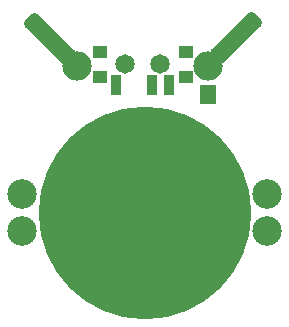
<source format=gbs>
G04*
G04 #@! TF.GenerationSoftware,Altium Limited,Altium Designer,21.8.1 (53)*
G04*
G04 Layer_Color=16711935*
%FSLAX25Y25*%
%MOIN*%
G70*
G04*
G04 #@! TF.SameCoordinates,FF865A40-9ECA-49BB-A520-BFC7B97F7BDB*
G04*
G04*
G04 #@! TF.FilePolarity,Negative*
G04*
G01*
G75*
G04:AMPARAMS|DCode=25|XSize=61.15mil|YSize=204.85mil|CornerRadius=17.29mil|HoleSize=0mil|Usage=FLASHONLY|Rotation=135.000|XOffset=0mil|YOffset=0mil|HoleType=Round|Shape=RoundedRectangle|*
%AMROUNDEDRECTD25*
21,1,0.06115,0.17028,0,0,135.0*
21,1,0.02657,0.20485,0,0,135.0*
1,1,0.03458,0.05081,0.06960*
1,1,0.03458,0.06960,0.05081*
1,1,0.03458,-0.05081,-0.06960*
1,1,0.03458,-0.06960,-0.05081*
%
%ADD25ROUNDEDRECTD25*%
G04:AMPARAMS|DCode=26|XSize=61.15mil|YSize=204.85mil|CornerRadius=17.29mil|HoleSize=0mil|Usage=FLASHONLY|Rotation=45.000|XOffset=0mil|YOffset=0mil|HoleType=Round|Shape=RoundedRectangle|*
%AMROUNDEDRECTD26*
21,1,0.06115,0.17028,0,0,45.0*
21,1,0.02657,0.20485,0,0,45.0*
1,1,0.03458,0.06960,-0.05081*
1,1,0.03458,0.05081,-0.06960*
1,1,0.03458,-0.06960,0.05081*
1,1,0.03458,-0.05081,0.06960*
%
%ADD26ROUNDEDRECTD26*%
%ADD27C,0.09855*%
%ADD28C,0.06509*%
%ADD29C,0.09800*%
%ADD40C,0.70879*%
%ADD41R,0.04737X0.03950*%
%ADD42R,0.03556X0.06706*%
%ADD43R,0.05800X0.03300*%
D25*
X87106Y210142D02*
D03*
D26*
X25000Y210000D02*
D03*
D27*
X97445Y146095D02*
D03*
Y158299D02*
D03*
X15555D02*
D03*
Y146095D02*
D03*
D28*
X61811Y201500D02*
D03*
X50000D02*
D03*
D29*
X34000Y201000D02*
D03*
X77613Y200996D02*
D03*
D40*
X56500Y152000D02*
D03*
D41*
X41535Y197366D02*
D03*
Y205634D02*
D03*
X70276D02*
D03*
Y197366D02*
D03*
D42*
X64764Y194610D02*
D03*
X58858D02*
D03*
X47047D02*
D03*
D43*
X77500Y193100D02*
D03*
Y189900D02*
D03*
M02*

</source>
